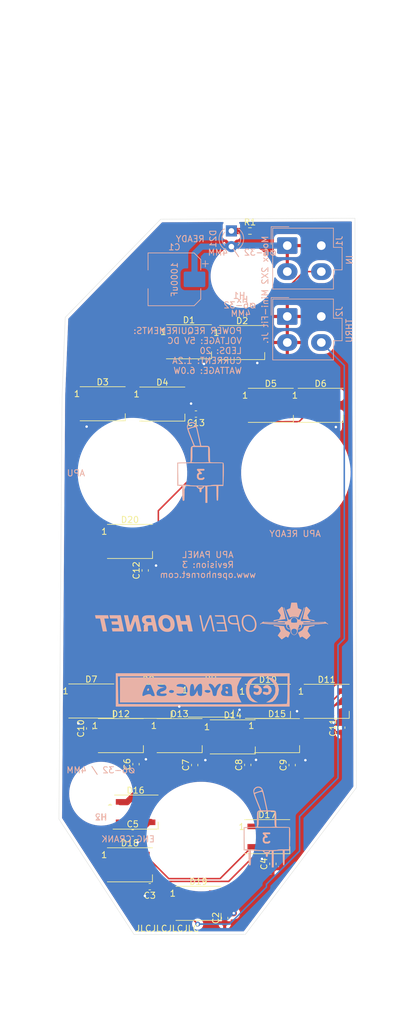
<source format=kicad_pcb>
(kicad_pcb (version 20211014) (generator pcbnew)
  (title_block (title "APU PANEL") (date "2023-03-29") (rev "3") (company "www.openhornet.com") (comment 1 "License:  CC BY-NC-SA"))
  (layers (0 "F.Cu" signal) (31 "B.Cu" signal) (34 "B.Paste" user) (35 "F.Paste" user) (36 "B.SilkS" user "B.Silkscreen") (37 "F.SilkS" user "F.Silkscreen") (38 "B.Mask" user) (39 "F.Mask" user) (44 "Edge.Cuts" user))
  (net 0 "")
  (net 1 "Net-(D1-Pad2)")
  (net 2 "Net-(D2-Pad2)")
  (net 3 "Net-(D3-Pad2)")
  (net 4 "Net-(D5-Pad2)")
  (net 5 "Net-(D6-Pad2)")
  (net 6 "Net-(D7-Pad2)")
  (net 7 "Net-(D8-Pad2)")
  (net 8 "Net-(D10-Pad4)")
  (net 9 "Net-(D10-Pad2)")
  (net 10 "Net-(D11-Pad2)")
  (net 11 "Net-(D12-Pad2)")
  (net 12 "Net-(D13-Pad2)")
  (net 13 "Net-(D14-Pad2)")
  (net 14 "Net-(D15-Pad2)")
  (net 15 "Net-(D16-Pad2)")
  (net 16 "Net-(D17-Pad2)")
  (net 17 "Net-(D18-Pad2)")
  (net 18 "Net-(D20-Pad4)")
  (net 19 "Net-(D20-Pad2)")
  (net 20 "/LED+5V")
  (net 21 "/DATAIN")
  (net 22 "/LEDGND")
  (net 23 "/DATAOUT")
  (net 24 "Net-(D21-Pad1)")
  (footprint "OH_Footprints:LED_WS2812B_PLCC4_5.0x5.0mm_P3.2mm" (layer "F.Cu") (at 89.1424 74.7524)
    (fp_text reference "D1" (at 0 -3.5) (layer "F.SilkS"))
    (fp_text value "WS2812B")
    (fp_text user "1" (at -4.15 -1.6) (layer "F.SilkS"))
    (pad "1" smd rect (at -2.45 -1.65) (size 1.5 0.9) (layers "F.Cu" "F.Paste" "F.Mask") (net 20 "/LED+5V"))
    (pad "2" smd rect (at -2.45 1.65) (size 1.5 0.9) (layers "F.Cu" "F.Paste" "F.Mask") (net 1 "Net-(D1-Pad2)"))
    (pad "3" smd rect (at 2.45 1.65) (size 1.5 0.9) (layers "F.Cu" "F.Paste" "F.Mask") (net 22 "/LEDGND"))
    (pad "4" smd rect (at 2.45 -1.65) (size 1.5 0.9) (layers "F.Cu" "F.Paste" "F.Mask") (net 21 "/DATAIN"))
  )
  (footprint "OH_Footprints:LED_WS2812B_PLCC4_5.0x5.0mm_P3.2mm" (layer "F.Cu") (at 97.7392 74.8792)
    (fp_text reference "D2" (at 0 -3.5) (layer "F.SilkS"))
    (fp_text value "WS2812B")
    (fp_text user "1" (at -4.15 -1.6) (layer "F.SilkS"))
    (pad "1" smd rect (at -2.45 -1.65) (size 1.5 0.9) (layers "F.Cu" "F.Paste" "F.Mask") (net 20 "/LED+5V"))
    (pad "2" smd rect (at -2.45 1.65) (size 1.5 0.9) (layers "F.Cu" "F.Paste" "F.Mask") (net 2 "Net-(D2-Pad2)"))
    (pad "3" smd rect (at 2.45 1.65) (size 1.5 0.9) (layers "F.Cu" "F.Paste" "F.Mask") (net 22 "/LEDGND"))
    (pad "4" smd rect (at 2.45 -1.65) (size 1.5 0.9) (layers "F.Cu" "F.Paste" "F.Mask") (net 1 "Net-(D1-Pad2)"))
  )
  (footprint "OH_Footprints:LED_WS2812B_PLCC4_5.0x5.0mm_P3.2mm" (layer "F.Cu") (at 75.1956 84.7596)
    (fp_text reference "D3" (at 0 -3.5) (layer "F.SilkS"))
    (fp_text value "WS2812B")
    (fp_text user "1" (at -4.15 -1.6) (layer "F.SilkS"))
    (pad "1" smd rect (at -2.45 -1.65) (size 1.5 0.9) (layers "F.Cu" "F.Paste" "F.Mask") (net 20 "/LED+5V"))
    (pad "2" smd rect (at -2.45 1.65) (size 1.5 0.9) (layers "F.Cu" "F.Paste" "F.Mask") (net 3 "Net-(D3-Pad2)"))
    (pad "3" smd rect (at 2.45 1.65) (size 1.5 0.9) (layers "F.Cu" "F.Paste" "F.Mask") (net 22 "/LEDGND"))
    (pad "4" smd rect (at 2.45 -1.65) (size 1.5 0.9) (layers "F.Cu" "F.Paste" "F.Mask") (net 2 "Net-(D2-Pad2)"))
  )
  (footprint "OH_Footprints:LED_WS2812B_PLCC4_5.0x5.0mm_P3.2mm" (layer "F.Cu") (at 84.836 84.8104)
    (fp_text reference "D4" (at 0 -3.5) (layer "F.SilkS"))
    (fp_text value "WS2812B")
    (fp_text user "1" (at -4.15 -1.6) (layer "F.SilkS"))
    (pad "1" smd rect (at -2.45 -1.65) (size 1.5 0.9) (layers "F.Cu" "F.Paste" "F.Mask") (net 20 "/LED+5V"))
    (pad "2" smd rect (at -2.45 1.65) (size 1.5 0.9) (layers "F.Cu" "F.Paste" "F.Mask") (net 18 "Net-(D20-Pad4)"))
    (pad "3" smd rect (at 2.45 1.65) (size 1.5 0.9) (layers "F.Cu" "F.Paste" "F.Mask") (net 22 "/LEDGND"))
    (pad "4" smd rect (at 2.45 -1.65) (size 1.5 0.9) (layers "F.Cu" "F.Paste" "F.Mask") (net 3 "Net-(D3-Pad2)"))
  )
  (footprint "OH_Footprints:LED_WS2812B_PLCC4_5.0x5.0mm_P3.2mm" (layer "F.Cu") (at 102.3736 85.0136)
    (fp_text reference "D5" (at 0 -3.5) (layer "F.SilkS"))
    (fp_text value "WS2812B")
    (fp_text user "1" (at -4.15 -1.6) (layer "F.SilkS"))
    (pad "1" smd rect (at -2.45 -1.65) (size 1.5 0.9) (layers "F.Cu" "F.Paste" "F.Mask") (net 20 "/LED+5V"))
    (pad "2" smd rect (at -2.45 1.65) (size 1.5 0.9) (layers "F.Cu" "F.Paste" "F.Mask") (net 4 "Net-(D5-Pad2)"))
    (pad "3" smd rect (at 2.45 1.65) (size 1.5 0.9) (layers "F.Cu" "F.Paste" "F.Mask") (net 22 "/LEDGND"))
    (pad "4" smd rect (at 2.45 -1.65) (size 1.5 0.9) (layers "F.Cu" "F.Paste" "F.Mask") (net 19 "Net-(D20-Pad2)"))
  )
  (footprint "OH_Footprints:LED_WS2812B_PLCC4_5.0x5.0mm_P3.2mm" (layer "F.Cu") (at 110.4276 85.0136)
    (fp_text reference "D6" (at 0 -3.5) (layer "F.SilkS"))
    (fp_text value "WS2812B")
    (fp_text user "1" (at -4.15 -1.6) (layer "F.SilkS"))
    (pad "1" smd rect (at -2.45 -1.65) (size 1.5 0.9) (layers "F.Cu" "F.Paste" "F.Mask") (net 20 "/LED+5V"))
    (pad "2" smd rect (at -2.45 1.65) (size 1.5 0.9) (layers "F.Cu" "F.Paste" "F.Mask") (net 5 "Net-(D6-Pad2)"))
    (pad "3" smd rect (at 2.45 1.65) (size 1.5 0.9) (layers "F.Cu" "F.Paste" "F.Mask") (net 22 "/LEDGND"))
    (pad "4" smd rect (at 2.45 -1.65) (size 1.5 0.9) (layers "F.Cu" "F.Paste" "F.Mask") (net 4 "Net-(D5-Pad2)"))
  )
  (footprint "OH_Footprints:LED_WS2812B_PLCC4_5.0x5.0mm_P3.2mm" (layer "F.Cu") (at 73.3552 132.7404)
    (fp_text reference "D7" (at 0 -3.5) (layer "F.SilkS"))
    (fp_text value "WS2812B")
    (fp_text user "1" (at -4.15 -1.6) (layer "F.SilkS"))
    (pad "1" smd rect (at -2.45 -1.65) (size 1.5 0.9) (layers "F.Cu" "F.Paste" "F.Mask") (net 20 "/LED+5V"))
    (pad "2" smd rect (at -2.45 1.65) (size 1.5 0.9) (layers "F.Cu" "F.Paste" "F.Mask") (net 6 "Net-(D7-Pad2)"))
    (pad "3" smd rect (at 2.45 1.65) (size 1.5 0.9) (layers "F.Cu" "F.Paste" "F.Mask") (net 22 "/LEDGND"))
    (pad "4" smd rect (at 2.45 -1.65) (size 1.5 0.9) (layers "F.Cu" "F.Paste" "F.Mask") (net 5 "Net-(D6-Pad2)"))
  )
  (footprint "OH_Footprints:LED_WS2812B_PLCC4_5.0x5.0mm_P3.2mm" (layer "F.Cu") (at 82.6008 132.7912)
    (fp_text reference "D8" (at 0 -3.5) (layer "F.SilkS"))
    (fp_text value "WS2812B")
    (fp_text user "1" (at -4.15 -1.6) (layer "F.SilkS"))
    (pad "1" smd rect (at -2.45 -1.65) (size 1.5 0.9) (layers "F.Cu" "F.Paste" "F.Mask") (net 20 "/LED+5V"))
    (pad "2" smd rect (at -2.45 1.65) (size 1.5 0.9) (layers "F.Cu" "F.Paste" "F.Mask") (net 7 "Net-(D8-Pad2)"))
    (pad "3" smd rect (at 2.45 1.65) (size 1.5 0.9) (layers "F.Cu" "F.Paste" "F.Mask") (net 22 "/LEDGND"))
    (pad "4" smd rect (at 2.45 -1.65) (size 1.5 0.9) (layers "F.Cu" "F.Paste" "F.Mask") (net 6 "Net-(D7-Pad2)"))
  )
  (footprint "OH_Footprints:LED_WS2812B_PLCC4_5.0x5.0mm_P3.2mm" (layer "F.Cu") (at 92.6592 132.588)
    (fp_text reference "D9" (at 0 -3.5) (layer "F.SilkS"))
    (fp_text value "WS2812B")
    (fp_text user "1" (at -4.15 -1.6) (layer "F.SilkS"))
    (pad "1" smd rect (at -2.45 -1.65) (size 1.5 0.9) (layers "F.Cu" "F.Paste" "F.Mask") (net 20 "/LED+5V"))
    (pad "2" smd rect (at -2.45 1.65) (size 1.5 0.9) (layers "F.Cu" "F.Paste" "F.Mask") (net 8 "Net-(D10-Pad4)"))
    (pad "3" smd rect (at 2.45 1.65) (size 1.5 0.9) (layers "F.Cu" "F.Paste" "F.Mask") (net 22 "/LEDGND"))
    (pad "4" smd rect (at 2.45 -1.65) (size 1.5 0.9) (layers "F.Cu" "F.Paste" "F.Mask") (net 7 "Net-(D8-Pad2)"))
  )
  (footprint "OH_Footprints:LED_WS2812B_PLCC4_5.0x5.0mm_P3.2mm" (layer "F.Cu") (at 101.9048 132.7912)
    (fp_text reference "D10" (at 0 -3.5) (layer "F.SilkS"))
    (fp_text value "WS2812B")
    (fp_text user "1" (at -4.15 -1.6) (layer "F.SilkS"))
    (pad "1" smd rect (at -2.45 -1.65) (size 1.5 0.9) (layers "F.Cu" "F.Paste" "F.Mask") (net 20 "/LED+5V"))
    (pad "2" smd rect (at -2.45 1.65) (size 1.5 0.9) (layers "F.Cu" "F.Paste" "F.Mask") (net 9 "Net-(D10-Pad2)"))
    (pad "3" smd rect (at 2.45 1.65) (size 1.5 0.9) (layers "F.Cu" "F.Paste" "F.Mask") (net 22 "/LEDGND"))
    (pad "4" smd rect (at 2.45 -1.65) (size 1.5 0.9) (layers "F.Cu" "F.Paste" "F.Mask") (net 8 "Net-(D10-Pad4)"))
  )
  (footprint "OH_Footprints:LED_WS2812B_PLCC4_5.0x5.0mm_P3.2mm" (layer "F.Cu") (at 111.4044 132.7912)
    (fp_text reference "D11" (at 0 -3.5) (layer "F.SilkS"))
    (fp_text value "WS2812B")
    (fp_text user "1" (at -4.15 -1.6) (layer "F.SilkS"))
    (pad "1" smd rect (at -2.45 -1.65) (size 1.5 0.9) (layers "F.Cu" "F.Paste" "F.Mask") (net 20 "/LED+5V"))
    (pad "2" smd rect (at -2.45 1.65) (size 1.5 0.9) (layers "F.Cu" "F.Paste" "F.Mask") (net 10 "Net-(D11-Pad2)"))
    (pad "3" smd rect (at 2.45 1.65) (size 1.5 0.9) (layers "F.Cu" "F.Paste" "F.Mask") (net 22 "/LEDGND"))
    (pad "4" smd rect (at 2.45 -1.65) (size 1.5 0.9) (layers "F.Cu" "F.Paste" "F.Mask") (net 9 "Net-(D10-Pad2)"))
  )
  (footprint "OH_Footprints:LED_WS2812B_PLCC4_5.0x5.0mm_P3.2mm" (layer "F.Cu") (at 78.1304 138.3284)
    (fp_text reference "D12" (at 0 -3.5) (layer "F.SilkS"))
    (fp_text value "WS2812B")
    (fp_text user "1" (at -4.15 -1.6) (layer "F.SilkS"))
    (pad "1" smd rect (at -2.45 -1.65) (size 1.5 0.9) (layers "F.Cu" "F.Paste" "F.Mask") (net 20 "/LED+5V"))
    (pad "2" smd rect (at -2.45 1.65) (size 1.5 0.9) (layers "F.Cu" "F.Paste" "F.Mask") (net 11 "Net-(D12-Pad2)"))
    (pad "3" smd rect (at 2.45 1.65) (size 1.5 0.9) (layers "F.Cu" "F.Paste" "F.Mask") (net 22 "/LEDGND"))
    (pad "4" smd rect (at 2.45 -1.65) (size 1.5 0.9) (layers "F.Cu" "F.Paste" "F.Mask") (net 10 "Net-(D11-Pad2)"))
  )
  (footprint "OH_Footprints:LED_WS2812B_PLCC4_5.0x5.0mm_P3.2mm" (layer "F.Cu") (at 87.63 138.3284)
    (fp_text reference "D13" (at 0 -3.5) (layer "F.SilkS"))
    (fp_text value "WS2812B")
    (fp_text user "1" (at -4.15 -1.6) (layer "F.SilkS"))
    (pad "1" smd rect (at -2.45 -1.65) (size 1.5 0.9) (layers "F.Cu" "F.Paste" "F.Mask") (net 20 "/LED+5V"))
    (pad "2" smd rect (at -2.45 1.65) (size 1.5 0.9) (layers "F.Cu" "F.Paste" "F.Mask") (net 12 "Net-(D13-Pad2)"))
    (pad "3" smd rect (at 2.45 1.65) (size 1.5 0.9) (layers "F.Cu" "F.Paste" "F.Mask") (net 22 "/LEDGND"))
    (pad "4" smd rect (at 2.45 -1.65) (size 1.5 0.9) (layers "F.Cu" "F.Paste" "F.Mask") (net 11 "Net-(D12-Pad2)"))
  )
  (footprint "OH_Footprints:LED_WS2812B_PLCC4_5.0x5.0mm_P3.2mm" (layer "F.Cu") (at 96.2152 138.5316)
    (fp_text reference "D14" (at 0 -3.5) (layer "F.SilkS"))
    (fp_text value "WS2812B")
    (fp_text user "1" (at -4.15 -1.6) (layer "F.SilkS"))
    (pad "1" smd rect (at -2.45 -1.65) (size 1.5 0.9) (layers "F.Cu" "F.Paste" "F.Mask") (net 20 "/LED+5V"))
    (pad "2" smd rect (at -2.45 1.65) (size 1.5 0.9) (layers "F.Cu" "F.Paste" "F.Mask") (net 13 "Net-(D14-Pad2)"))
    (pad "3" smd rect (at 2.45 1.65) (size 1.5 0.9) (layers "F.Cu" "F.Paste" "F.Mask") (net 22 "/LEDGND"))
    (pad "4" smd rect (at 2.45 -1.65) (size 1.5 0.9) (layers "F.Cu" "F.Paste" "F.Mask") (net 12 "Net-(D13-Pad2)"))
  )
  (footprint "OH_Footprints:LED_WS2812B_PLCC4_5.0x5.0mm_P3.2mm" (layer "F.Cu") (at 103.378 138.3284)
    (fp_text reference "D15" (at 0 -3.5) (layer "F.SilkS"))
    (fp_text value "WS2812B")
    (fp_text user "1" (at -4.15 -1.6) (layer "F.SilkS"))
    (pad "1" smd rect (at -2.45 -1.65) (size 1.5 0.9) (layers "F.Cu" "F.Paste" "F.Mask") (net 20 "/LED+5V"))
    (pad "2" smd rect (at -2.45 1.65) (size 1.5 0.9) (layers "F.Cu" "F.Paste" "F.Mask") (net 14 "Net-(D15-Pad2)"))
    (pad "3" smd rect (at 2.45 1.65) (size 1.5 0.9) (layers "F.Cu" "F.Paste" "F.Mask") (net 22 "/LEDGND"))
    (pad "4" smd rect (at 2.45 -1.65) (size 1.5 0.9) (layers "F.Cu" "F.Paste" "F.Mask") (net 13 "Net-(D14-Pad2)"))
  )
  (footprint "OH_Footprints:LED_WS2812B_PLCC4_5.0x5.0mm_P3.2mm" (layer "F.Cu") (at 80.518 150.6728)
    (fp_text reference "D16" (at 0 -3.5) (layer "F.SilkS"))
    (fp_text value "WS2812B")
    (fp_text user "1" (at -4.15 -1.6) (layer "F.SilkS"))
    (pad "1" smd rect (at -2.45 -1.65) (size 1.5 0.9) (layers "F.Cu" "F.Paste" "F.Mask") (net 20 "/LED+5V"))
    (pad "2" smd rect (at -2.45 1.65) (size 1.5 0.9) (layers "F.Cu" "F.Paste" "F.Mask") (net 15 "Net-(D16-Pad2)"))
    (pad "3" smd rect (at 2.45 1.65) (size 1.5 0.9) (layers "F.Cu" "F.Paste" "F.Mask") (net 22 "/LEDGND"))
    (pad "4" smd rect (at 2.45 -1.65) (size 1.5 0.9) (layers "F.Cu" "F.Paste" "F.Mask") (net 14 "Net-(D15-Pad2)"))
  )
  (footprint "OH_Footprints:LED_WS2812B_PLCC4_5.0x5.0mm_P3.2mm" (layer "F.Cu") (at 101.8032 154.6352)
    (fp_text reference "D17" (at 0 -3.5) (layer "F.SilkS"))
    (fp_text value "WS2812B")
    (fp_text user "1" (at -4.15 -1.6) (layer "F.SilkS"))
    (pad "1" smd rect (at -2.45 -1.65) (size 1.5 0.9) (layers "F.Cu" "F.Paste" "F.Mask") (net 20 "/LED+5V"))
    (pad "2" smd rect (at -2.45 1.65) (size 1.5 0.9) (layers "F.Cu" "F.Paste" "F.Mask") (net 16 "Net-(D17-Pad2)"))
    (pad "3" smd rect (at 2.45 1.65) (size 1.5 0.9) (layers "F.Cu" "F.Paste" "F.Mask") (net 22 "/LEDGND"))
    (pad "4" smd rect (at 2.45 -1.65) (size 1.5 0.9) (layers "F.Cu" "F.Paste" "F.Mask") (net 15 "Net-(D16-Pad2)"))
  )
  (footprint "OH_Footprints:LED_WS2812B_PLCC4_5.0x5.0mm_P3.2mm" (layer "F.Cu") (at 79.592 159.1816)
    (fp_text reference "D18" (at 0 -3.5) (layer "F.SilkS"))
    (fp_text value "WS2812B")
    (fp_text user "1" (at -4.15 -1.6) (layer "F.SilkS"))
    (pad "1" smd rect (at -2.45 -1.65) (size 1.5 0.9) (layers "F.Cu" "F.Paste" "F.Mask") (net 20 "/LED+5V"))
    (pad "2" smd rect (at -2.45 1.65) (size 1.5 0.9) (layers "F.Cu" "F.Paste" "F.Mask") (net 17 "Net-(D18-Pad2)"))
    (pad "3" smd rect (at 2.45 1.65) (size 1.5 0.9) (layers "F.Cu" "F.Paste" "F.Mask") (net 22 "/LEDGND"))
    (pad "4" smd rect (at 2.45 -1.65) (size 1.5 0.9) (layers "F.Cu" "F.Paste" "F.Mask") (net 16 "Net-(D17-Pad2)"))
  )
  (footprint "OH_Footprints:LED_WS2812B_PLCC4_5.0x5.0mm_P3.2mm" (layer "F.Cu") (at 90.678 165.4048)
    (fp_text reference "D19" (at 0 -3.5) (layer "F.SilkS"))
    (fp_text value "WS2812B")
    (fp_text user "1" (at -4.15 -1.6) (layer "F.SilkS"))
    (pad "1" smd rect (at -2.45 -1.65) (size 1.5 0.9) (layers "F.Cu" "F.Paste" "F.Mask") (net 20 "/LED+5V"))
    (pad "2" smd rect (at -2.45 1.65) (size 1.5 0.9) (layers "F.Cu" "F.Paste" "F.Mask") (net 23 "/DATAOUT"))
    (pad "3" smd rect (at 2.45 1.65) (size 1.5 0.9) (layers "F.Cu" "F.Paste" "F.Mask") (net 22 "/LEDGND"))
    (pad "4" smd rect (at 2.45 -1.65) (size 1.5 0.9) (layers "F.Cu" "F.Paste" "F.Mask") (net 17 "Net-(D18-Pad2)"))
  )
  (footprint "OH_Footprints:LED_WS2812B_PLCC4_5.0x5.0mm_P3.2mm" (layer "F.Cu") (at 79.6036 106.9848)
    (fp_text reference "D20" (at 0 -3.5) (layer "F.SilkS"))
    (fp_text value "WS2812B")
    (fp_text user "1" (at -4.15 -1.6) (layer "F.SilkS"))
    (pad "1" smd rect (at -2.45 -1.65) (size 1.5 0.9) (layers "F.Cu" "F.Paste" "F.Mask") (net 20 "/LED+5V"))
    (pad "2" smd rect (at -2.45 1.65) (size 1.5 0.9) (layers "F.Cu" "F.Paste" "F.Mask") (net 19 "Net-(D20-Pad2)"))
    (pad "3" smd rect (at 2.45 1.65) (size 1.5 0.9) (layers "F.Cu" "F.Paste" "F.Mask") (net 22 "/LEDGND"))
    (pad "4" smd rect (at 2.45 -1.65) (size 1.5 0.9) (layers "F.Cu" "F.Paste" "F.Mask") (net 18 "Net-(D20-Pad4)"))
  )
  (footprint "OH_Footprints:R_0603_1608Metric" (layer "F.Cu") (at 99.00168 56.87568)
    (fp_text reference "R1" (at 0 -1.43) (layer "F.SilkS"))
    (fp_text value "470")
    (pad "1" smd roundrect (at -0.825 0) (size 0.8 0.95) (layers "F.Cu" "F.Paste" "F.Mask") (net 24 "Net-(D21-Pad1)"))
    (pad "2" smd roundrect (at 0.825 0) (size 0.8 0.95) (layers "F.Cu" "F.Paste" "F.Mask") (net 22 "/LEDGND"))
  )
  (footprint "OH_Footprints:C_0603_1608Metric" (layer "F.Cu") (at 94.9198 167.77472 90)
    (fp_text reference "C2" (at 0 -1.43 90) (layer "F.SilkS"))
    (fp_text value "0.1uF")
    (pad "1" smd roundrect (at -0.775 0 90) (size 0.9 0.95) (layers "F.Cu" "F.Paste" "F.Mask") (net 20 "/LED+5V"))
    (pad "2" smd roundrect (at 0.775 0 90) (size 0.9 0.95) (layers "F.Cu" "F.Paste" "F.Mask") (net 22 "/LEDGND"))
  )
  (footprint "OH_Footprints:C_0603_1608Metric" (layer "F.Cu") (at 82.81172 162.70986 180)
    (fp_text reference "C3" (at 0 -1.43 180) (layer "F.SilkS"))
    (fp_text value "0.1uF")
    (pad "1" smd roundrect (at -0.775 0 180) (size 0.9 0.95) (layers "F.Cu" "F.Paste" "F.Mask") (net 20 "/LED+5V"))
    (pad "2" smd roundrect (at 0.775 0 180) (size 0.9 0.95) (layers "F.Cu" "F.Paste" "F.Mask") (net 22 "/LEDGND"))
  )
  (footprint "OH_Footprints:C_0603_1608Metric" (layer "F.Cu") (at 102.71506 159.03204 90)
    (fp_text reference "C4" (at 0 -1.43 90) (layer "F.SilkS"))
    (fp_text value "0.1uF")
    (pad "1" smd roundrect (at -0.775 0 90) (size 0.9 0.95) (layers "F.Cu" "F.Paste" "F.Mask") (net 20 "/LED+5V"))
    (pad "2" smd roundrect (at 0.775 0 90) (size 0.9 0.95) (layers "F.Cu" "F.Paste" "F.Mask") (net 22 "/LEDGND"))
  )
  (footprint "OH_Footprints:C_0603_1608Metric" (layer "F.Cu") (at 80.05 154.05)
    (fp_text reference "C5" (at 0 -1.43) (layer "F.SilkS"))
    (fp_text value "0.1uF")
    (pad "1" smd roundrect (at -0.775 0) (size 0.9 0.95) (layers "F.Cu" "F.Paste" "F.Mask") (net 20 "/LED+5V"))
    (pad "2" smd roundrect (at 0.775 0) (size 0.9 0.95) (layers "F.Cu" "F.Paste" "F.Mask") (net 22 "/LEDGND"))
  )
  (footprint "OH_Footprints:C_0603_1608Metric" (layer "F.Cu") (at 80.5815 142.9385 90)
    (fp_text reference "C6" (at 0 -1.43 90) (layer "F.SilkS"))
    (fp_text value "0.1uF")
    (pad "1" smd roundrect (at -0.775 0 90) (size 0.9 0.95) (layers "F.Cu" "F.Paste" "F.Mask") (net 20 "/LED+5V"))
    (pad "2" smd roundrect (at 0.775 0 90) (size 0.9 0.95) (layers "F.Cu" "F.Paste" "F.Mask") (net 22 "/LEDGND"))
  )
  (footprint "OH_Footprints:C_0603_1608Metric" (layer "F.Cu") (at 90.07094 143.0782 90)
    (fp_text reference "C7" (at 0 -1.43 90) (layer "F.SilkS"))
    (fp_text value "0.1uF")
    (pad "1" smd roundrect (at -0.775 0 90) (size 0.9 0.95) (layers "F.Cu" "F.Paste" "F.Mask") (net 20 "/LED+5V"))
    (pad "2" smd roundrect (at 0.775 0 90) (size 0.9 0.95) (layers "F.Cu" "F.Paste" "F.Mask") (net 22 "/LEDGND"))
  )
  (footprint "OH_Footprints:C_0603_1608Metric" (layer "F.Cu") (at 98.65106 143.05788 90)
    (fp_text reference "C8" (at 0 -1.43 90) (layer "F.SilkS"))
    (fp_text value "0.1uF")
    (pad "1" smd roundrect (at -0.775 0 90) (size 0.9 0.95) (layers "F.Cu" "F.Paste" "F.Mask") (net 20 "/LED+5V"))
    (pad "2" smd roundrect (at 0.775 0 90) (size 0.9 0.95) (layers "F.Cu" "F.Paste" "F.Mask") (net 22 "/LEDGND"))
  )
  (footprint "OH_Footprints:C_0603_1608Metric" (layer "F.Cu") (at 105.82656 143.08338 90)
    (fp_text reference "C9" (at 0 -1.43 90) (layer "F.SilkS"))
    (fp_text value "0.1uF")
    (pad "1" smd roundrect (at -0.775 0 90) (size 0.9 0.95) (layers "F.Cu" "F.Paste" "F.Mask") (net 20 "/LED+5V"))
    (pad "2" smd roundrect (at 0.775 0 90) (size 0.9 0.95) (layers "F.Cu" "F.Paste" "F.Mask") (net 22 "/LEDGND"))
  )
  (footprint "OH_Footprints:C_0603_1608Metric" (layer "F.Cu") (at 73.09866 137.17534 90)
    (fp_text reference "C10" (at 0 -1.43 90) (layer "F.SilkS"))
    (fp_text value "0.1uF")
    (pad "1" smd roundrect (at -0.775 0 90) (size 0.9 0.95) (layers "F.Cu" "F.Paste" "F.Mask") (net 20 "/LED+5V"))
    (pad "2" smd roundrect (at 0.775 0 90) (size 0.9 0.95) (layers "F.Cu" "F.Paste" "F.Mask") (net 22 "/LEDGND"))
  )
  (footprint "OH_Footprints:C_0603_1608Metric" (layer "F.Cu") (at 113.84534 137.04316 90)
    (fp_text reference "C11" (at 0 -1.43 90) (layer "F.SilkS"))
    (fp_text value "0.1uF")
    (pad "1" smd roundrect (at -0.775 0 90) (size 0.9 0.95) (layers "F.Cu" "F.Paste" "F.Mask") (net 20 "/LED+5V"))
    (pad "2" smd roundrect (at 0.775 0 90) (size 0.9 0.95) (layers "F.Cu" "F.Paste" "F.Mask") (net 22 "/LEDGND"))
  )
  (footprint "OH_Footprints:C_0603_1608Metric" (layer "F.Cu") (at 82.06994 111.66612 90)
    (fp_text reference "C12" (at 0 -1.43 90) (layer "F.SilkS"))
    (fp_text value "0.1uF")
    (pad "1" smd roundrect (at -0.775 0 90) (size 0.9 0.95) (layers "F.Cu" "F.Paste" "F.Mask") (net 20 "/LED+5V"))
    (pad "2" smd roundrect (at 0.775 0 90) (size 0.9 0.95) (layers "F.Cu" "F.Paste" "F.Mask") (net 22 "/LEDGND"))
  )
  (footprint "OH_Footprints:C_0603_1608Metric" (layer "F.Cu") (at 90.2716 86.41842 180)
    (fp_text reference "C13" (at 0 -1.43 180) (layer "F.SilkS"))
    (fp_text value "0.1uF")
    (pad "1" smd roundrect (at -0.775 0 180) (size 0.9 0.95) (layers "F.Cu" "F.Paste" "F.Mask") (net 20 "/LED+5V"))
    (pad "2" smd roundrect (at 0.775 0 180) (size 0.9 0.95) (layers "F.Cu" "F.Paste" "F.Mask") (net 22 "/LEDGND"))
  )
  (footprint "OH_Footprints:631H_Toggle_13mm_x_13mm" (layer "F.Cu") (at 80.01 95.885001)
    (fp_text reference "REF**" hide)
    (fp_text value "631H_Toggle_13mm_x_13mm" hide)
    (pad "" np_thru_hole circle (at 0 0) (size 12.7 12.7) (drill 12.7) (layers "B.Cu") (clearance 2.5))
    (pad "" np_thru_hole circle (at 0 0) (size 12.7 12.7) (drill 12.7) (layers *.Mask "F.Cu") (clearance 1))
  )
  (footprint "OH_Footprints:631H_Toggle_13mm_x_13mm" (layer "F.Cu") (at 106.425999 95.885001)
    (fp_text reference "2" hide)
    (fp_text value "631H_Toggle_13mm_x_13mm" hide)
    (pad "" np_thru_hole circle (at 0 0) (size 12.7 12.7) (drill 12.7) (layers *.Mask "F.Cu") (clearance 1))
    (pad "" np_thru_hole circle (at 0 0) (size 12.7 12.7) (drill 12.7) (layers "B.Cu") (clearance 2.5))
  )
  (footprint "OH_Footprints:OH_Panel_6-32_PHS" (layer "F.Cu") (at 97.789999 64.135001)
    (fp_text reference "4" hide)
    (fp_text value "OH_Panel_Fastner_Keepout" hide)
    (fp_text user "Hx" (at 0 3.81) (layer "B.SilkS") (effects (justify mirror)))
    (fp_text user "H1" (at -0.524705 3.175312) (layer "B.SilkS") (effects (justify mirror)))
    (fp_text user "⌀6-32 / 4MM" (at 0 -3.81) (layer "B.SilkS") (effects (justify mirror)))
    (fp_text user "⌀6-32" (at -0.393293 4.70845) (layer "B.SilkS") (effects (justify mirror)))
    (pad "" np_thru_hole circle (at 0 0) (size 4.3 4.3) (drill 4.3) (layers *.Cu *.Mask) (clearance 3))
  )
  (footprint "OH_Footprints:OH_Panel_6-32_PHS" (layer "F.Cu") (at 74.929999 147.701001)
    (fp_text reference "5" hide)
    (fp_text value "OH_Panel_Fastner_Keepout" hide)
    (fp_text user "H2" (at -0.001936 3.803452) (layer "B.SilkS") (effects (justify mirror)))
    (fp_text user "Hx" (at 0 3.81) (layer "B.SilkS") (effects (justify mirror)))
    (fp_text user "⌀6-32 / 4MM" (at 0 -3.81) (layer "B.SilkS") (effects (justify mirror)))
    (pad "" np_thru_hole circle (at 0 0) (size 4.3 4.3) (drill 4.3) (layers *.Cu *.Mask) (clearance 3))
  )
  (footprint "OH_Footprints:631H_Toggle_Silkscreen" (layer "F.Cu") (at 90.97772 94.21876)
    (fp_text reference "" hide)
    (fp_text value "631H Toggle" hide)
  )
  (footprint "OH_Footprints:631H_Toggle_Silkscreen" (layer "F.Cu") (at 101.7016 153.06802)
    (fp_text reference "" hide)
    (fp_text value "631H Toggle" hide)
  )
  (footprint "OH_Footprints:631H_Toggle_13mm_x_13mm" (layer "F.Cu") (at 91.1225 154.622501)
    (fp_text reference "3" hide)
    (fp_text value "631H_Toggle_13mm_x_13mm" hide)
    (pad "" np_thru_hole circle (at 0 0) (size 12.7 12.7) (drill 12.7) (layers "B.Cu") (clearance 2.5))
    (pad "" np_thru_hole circle (at 0 0) (size 12.7 12.7) (drill 12.7) (layers *.Mask "F.Cu") (clearance 1))
  )
  (footprint "OH_Footprints:Molex_Mini-Fit_Jr_5566-04A_2x02_P4.20mm_Vertical" (layer "B.Cu") (at 105.03916 70.67042 -90)
    (fp_text reference "J2" (at -0.803622 -8.41773 90) (layer "B.SilkS") (effects (justify mirror)))
    (fp_text value "2x02")
    (pad "1" thru_hole roundrect (at 0 0 270) (size 2.7 3.3) (drill 1.4) (layers *.Cu *.Mask) (roundrect_rratio 0.09259296296) (net 20 "/LED+5V"))
    (pad "2" thru_hole oval (at 4.2 0 270) (size 2.7 3.3) (drill 1.4) (layers *.Cu *.Mask) (net 20 "/LED+5V"))
    (pad "3" thru_hole oval (at 0 -5.5 270) (size 2.7 3.3) (drill 1.4) (layers *.Cu *.Mask) (net 22 "/LEDGND"))
    (pad "4" thru_hole oval (at 4.2 -5.5 270) (size 2.7 3.3) (drill 1.4) (layers *.Cu *.Mask) (net 23 "/DATAOUT"))
  )
  (footprint "OH_Footprints:CP_Elec_8x10" (layer "B.Cu") (at 86.79046 64.67348 180)
    (fp_text reference "C1" (at 0 5.2) (layer "B.SilkS") (effects (justify mirror)))
    (fp_text value "1000uF (C_Polarized)")
    (pad "1" smd roundrect (at -3.25 0 180) (size 3.5 2.5) (layers "B.Cu" "B.Paste" "B.Mask") (roundrect_rratio 0.1) (net 20 "/LED+5V"))
    (pad "2" smd roundrect (at 3.25 0 180) (size 3.5 2.5) (layers "B.Cu" "B.Paste" "B.Mask") (roundrect_rratio 0.1) (net 22 "/LEDGND"))
  )
  (footprint "OH_Footprints:LED_D3.0mm" (layer "B.Cu") (at 95.9993 56.85536 -90)
    (fp_text reference "D21" (at 1.27 2.96 90) (layer "B.SilkS") (effects (justify mirror)))
    (fp_text value "LED")
    (pad "1" thru_hole rect (at 0 0 270) (size 1.8 1.8) (drill 0.9) (layers *.Cu *.Mask) (net 24 "Net-(D21-Pad1)"))
    (pad "2" thru_hole circle (at 2.54 0 270) (size 1.8 1.8) (drill 0.9) (layers *.Cu *.Mask) (net 20 "/LED+5V"))
  )
  (footprint "OH_Footprints:Molex_Mini-Fit_Jr_5566-04A_2x02_P4.20mm_Vertical" (layer "B.Cu") (at 105.03916 59.22772 -90)
    (fp_text reference "J1" (at -0.72074 -8.41773 90) (layer "B.SilkS") (effects (justify mirror)))
    (fp_text value "2x02")
    (pad "1" thru_hole roundrect (at 0 0 270) (size 2.7 3.3) (drill 1.4) (layers *.Cu *.Mask) (roundrect_rratio 0.09259296296) (net 20 "/LED+5V"))
    (pad "2" thru_hole oval (at 4.2 0 270) (size 2.7 3.3) (drill 1.4) (layers *.Cu *.Mask) (net 20 "/LED+5V"))
    (pad "3" thru_hole oval (at 0 -5.5 270) (size 2.7 3.3) (drill 1.4) (layers *.Cu *.Mask) (net 22 "/LEDGND"))
    (pad "4" thru_hole oval (at 4.2 -5.5 270) (size 2.7 3.3) (drill 1.4) (layers *.Cu *.Mask) (net 21 "/DATAIN"))
  )
  (footprint "OH_Footprints:CC-BY-NC-SA-Small" (layer "B.Cu") (at 91.45 130.95 180)
    (fp_text reference "" hide)
    (fp_text value "LOGO" hide)
  )
  (footprint "OH_Footprints:OH_LOGO_37.7mm_5.9mm" (layer "B.Cu") (at 92.80906 119.82958 180)
    (fp_text reference "" hide)
    (fp_text value "LOGO" hide)
  )
  (gr_line (start 69.1388 70.8152) (end 68.6308 83.6168) (layer "Edge.Cuts") (width 0.05))
  (gr_line (start 116.2304 146.7104) (end 115.9764 54.8132) (layer "Edge.Cuts") (width 0.05))
  (gr_line (start 68.6308 83.6168) (end 68.1228 151.7904) (layer "Edge.Cuts") (width 0.05))
  (gr_line (start 98.2472 170.434) (end 116.2304 146.7104) (layer "Edge.Cuts") (width 0.05))
  (gr_line (start 68.1228 151.7904) (end 80.264 170.434) (layer "Edge.Cuts") (width 0.05))
  (gr_line (start 115.9764 54.8132) (end 84.582 54.9656) (layer "Edge.Cuts") (width 0.05))
  (gr_line (start 84.582 54.9656) (end 69.1388 70.8152) (layer "Edge.Cuts") (width 0.05))
  (gr_line (start 80.264 170.434) (end 98.2472 170.434) (layer "Edge.Cuts") (width 0.05))
  (gr_text "IN" (at 115.09502 61.52896 90) (layer "B.SilkS") (effects (font (size 1 1)) (justify mirror)))
  (gr_text "3" (at 91.01074 96.23552) (layer "B.SilkS") (effects (font (size 1.5 1.5) (thickness 0.3)) (justify mirror)))
  (gr_text "3" (at 101.64572 154.92476) (layer "B.SilkS") (effects (font (size 1.5 1.5) (thickness 0.3)) (justify mirror)))
  (gr_text "APU PANEL\nRevision: 3\nwww.openhornet.com" (at 92.202 110.744) (layer "B.SilkS") (effects (font (size 1 1)) (justify mirror)))
  (gr_text "Molex 2X2 Mini-Fit Jr." (at 101.45 66.35 90) (layer "B.SilkS") (effects (font (size 1 1)) (justify mirror)))
  (gr_text "APU" (at 70.87362 95.95866) (layer "B.SilkS") (effects (font (size 1 1)) (justify mirror)))
  (gr_text "4MM" (at 97.528117 70.201372) (layer "B.SilkS") (effects (font (size 1 1)) (justify mirror)))
  (gr_text "ENG CRANK" (at 79.28864 155.03398) (layer "B.SilkS") (effects (font (size 1 1)) (justify mirror)))
  (gr_text "1000uF" (at 86.81 64.72 90) (layer "B.SilkS") (effects (font (size 1 1)) (justify mirror)))
  (gr_text "POWER REQUIREMENTS:\nVOLTAGE: 5V DC\nLEDS: 20\nCURRENT: 1.2A\nWATTAGE: 6.0W" (at 97.79 76.2) (layer "B.SilkS") (effects (font (size 1 1)) (justify left mirror)))
  (gr_text "THRU" (at 115.05184 72.96404 90) (layer "B.SilkS") (effects (font (size 1 1)) (justify mirror)))
  (gr_text "READY" (at 89.35 58.15) (layer "B.SilkS") (effects (font (size 1 1)) (justify mirror)))
  (gr_text "APU READY" (at 106.299 105.7402) (layer "B.SilkS") (effects (font (size 1 1)) (justify mirror)))
  (gr_text "JLCJLCJLCJLC" (at 85.63 169.47) (layer "F.SilkS") (effects (font (size 1 1))))
  (segment (start 96.0882 74.13752) (end 96.121519 74.104201) (width 0.25) (layer "F.Cu") (net 1))
  (segment (start 86.6924 76.3524) (end 86.6924 75.6024) (width 0.25) (layer "F.Cu") (net 1))
  (segment (start 88.15728 74.13752) (end 96.0882 74.13752) (width 0.25) (layer "F.Cu") (net 1))
  (segment (start 86.6924 75.6024) (end 88.15728 74.13752) (width 0.25) (layer "F.Cu") (net 1))
  (segment (start 96.121519 74.104201) (end 99.364199 74.104201) (width 0.25) (layer "F.Cu") (net 1))
  (segment (start 99.364199 74.104201) (end 100.1892 73.2792) (width 0.25) (layer "F.Cu") (net 1))
  (segment (start 81.19652 79.60868) (end 77.6456 83.1596) (width 0.25) (layer "F.Cu") (net 2))
  (segment (start 92.15972 79.60868) (end 81.19652 79.60868) (width 0.25) (layer "F.Cu") (net 2))
  (segment (start 95.2892 76.4792) (end 92.15972 79.60868) (width 0.25) (layer "F.Cu") (net 2))
  (segment (start 74.670589 84.434611) (end 86.061789 84.434611) (width 0.25) (layer "F.Cu") (net 3))
  (segment (start 86.061789 84.434611) (end 87.286 83.2104) (width 0.25) (layer "F.Cu") (net 3))
  (segment (start 72.7456 86.3596) (end 74.670589 84.434611) (width 0.25) (layer "F.Cu") (net 3))
  (segment (start 102.298599 84.238601) (end 112.052599 84.238601) (width 0.25) (layer "F.Cu") (net 4))
  (segment (start 112.052599 84.238601) (end 112.8776 83.4136) (width 0.25) (layer "F.Cu") (net 4))
  (segment (start 99.9236 86.6136) (end 102.298599 84.238601) (width 0.25) (layer "F.Cu") (net 4))
  (segment (start 75.8052 131.1404) (end 75.8052 128.4448) (width 0.25) (layer "F.Cu") (net 5))
  (segment (start 94.9 109.35) (end 94.9 94.05) (width 0.25) (layer "F.Cu") (net 5))
  (segment (start 75.8052 128.4448) (end 94.9 109.35) (width 0.25) (layer "F.Cu") (net 5))
  (segment (start 101.3 87.65) (end 106.9412 87.65) (width 0.25) (layer "F.Cu") (net 5))
  (segment (start 106.9412 87.65) (end 107.9776 86.6136) (width 0.25) (layer "F.Cu") (net 5))
  (segment (start 94.9 94.05) (end 101.3 87.65) (width 0.25) (layer "F.Cu") (net 5))
  (segment (start 85.0508 131.1912) (end 85.0508 131.9412) (width 0.25) (layer "F.Cu") (net 6))
  (segment (start 84.23382 132.75818) (end 72.48742 132.75818) (width 0.25) (layer "F.Cu") (net 6))
  (segment (start 85.0508 131.9412) (end 84.23382 132.75818) (width 0.25) (layer "F.Cu") (net 6))
  (segment (start 72.48742 132.75818) (end 70.9052 134.3404) (width 0.25) (layer "F.Cu") (net 6))
  (segment (start 85.612209 132.016201) (end 94.080999 132.016201) (width 0.25) (layer "F.Cu") (net 7))
  (segment (start 80.1508 134.3912) (end 83.23721 134.3912) (width 0.25) (layer "F.Cu") (net 7))
  (segment (start 94.080999 132.016201) (end 95.1092 130.988) (width 0.25) (layer "F.Cu") (net 7))
  (segment (start 83.23721 134.3912) (end 85.612209 132.016201) (width 0.25) (layer "F.Cu") (net 7))
  (segment (start 102.96308 132.58292) (end 104.3548 131.1912) (width 0.25) (layer "F.Cu") (net 8))
  (segment (start 90.2092 134.188) (end 91.034201 133.362999) (width 0.25) (layer "F.Cu") (net 8))
  (segment (start 91.034201 133.362999) (end 93.781581 133.362999) (width 0.25) (layer "F.Cu") (net 8))
  (segment (start 93.781581 133.362999) (end 94.56166 132.58292) (width 0.25) (layer "F.Cu") (net 8))
  (segment (start 94.56166 132.58292) (end 102.96308 132.58292) (width 0.25) (layer "F.Cu") (net 8))
  (segment (start 100.06307 133.03293) (end 112.01267 133.03293) (width 0.25) (layer "F.Cu") (net 9))
  (segment (start 99.4548 133.6412) (end 100.06307 133.03293) (width 0.25) (layer "F.Cu") (net 9))
  (segment (start 112.01267 133.03293) (end 113.8544 131.1912) (width 0.25) (layer "F.Cu") (net 9))
  (segment (start 99.4548 134.3912) (end 99.4548 133.6412) (width 0.25) (layer "F.Cu") (net 9))
  (segment (start 108.129399 135.216201) (end 82.092599 135.216201) (width 0.25) (layer "F.Cu") (net 10))
  (segment (start 82.092599 135.216201) (end 80.5804 136.7284) (width 0.25) (layer "F.Cu") (net 10))
  (segment (start 108.9544 134.3912) (end 108.129399 135.216201) (width 0.25) (layer "F.Cu") (net 10))
  (segment (start 89.254999 137.553401) (end 89.217799 137.553401) (width 0.25) (layer "F.Cu") (net 11))
  (segment (start 90.08 136.7284) (end 89.254999 137.553401) (width 0.25) (layer "F.Cu") (net 11))
  (segment (start 89.217799 137.553401) (end 88.26754 138.50366) (width 0.25) (layer "F.Cu") (net 11))
  (segment (start 88.26754 138.50366) (end 77.10514 138.50366) (width 0.25) (layer "F.Cu") (net 11))
  (segment (start 77.10514 138.50366) (end 75.6804 139.9284) (width 0.25) (layer "F.Cu") (net 11))
  (segment (start 89.688209 137.756601) (end 97.840199 137.756601) (width 0.25) (layer "F.Cu") (net 12))
  (segment (start 87.51641 139.9284) (end 89.688209 137.756601) (width 0.25) (layer "F.Cu") (net 12))
  (segment (start 85.18 139.9284) (end 87.51641 139.9284) (width 0.25) (layer "F.Cu") (net 12))
  (segment (start 97.840199 137.756601) (end 98.6652 136.9316) (width 0.25) (layer "F.Cu") (net 12))
  (segment (start 104.799799 137.756601) (end 105.828 136.7284) (width 0.25) (layer "F.Cu") (net 13))
  (segment (start 96.19508 140.1316) (end 98.570079 137.756601) (width 0.25) (layer "F.Cu") (net 13))
  (segment (start 98.570079 137.756601) (end 104.799799 137.756601) (width 0.25) (layer "F.Cu") (net 13))
  (segment (start 93.7652 140.1316) (end 96.19508 140.1316) (width 0.25) (layer "F.Cu") (net 13))
  (segment (start 82.968 145.205398) (end 82.968 149.0728) (width 0.25) (layer "F.Cu") (net 14))
  (segment (start 96.006489 140.956601) (end 92.676281 140.956601) (width 0.25) (layer "F.Cu") (net 14))
  (segment (start 91.155001 139.435321) (end 91.155001 139.168399) (width 0.25) (layer "F.Cu") (net 14))
  (segment (start 100.928 139.9284) (end 99.780825 138.781225) (width 0.25) (layer "F.Cu") (net 14))
  (segment (start 98.181865 138.781225) (end 96.006489 140.956601) (width 0.25) (layer "F.Cu") (net 14))
  (segment (start 89.069999 139.103399) (end 82.968 145.205398) (width 0.25) (layer "F.Cu") (net 14))
  (segment (start 99.780825 138.781225) (end 98.181865 138.781225) (width 0.25) (layer "F.Cu") (net 14))
  (segment (start 91.155001 139.168399) (end 91.090001 139.103399) (width 0.25) (layer "F.Cu") (net 14))
  (segment (start 91.090001 139.103399) (end 89.069999 139.103399) (width 0.25) (layer "F.Cu") (net 14))
  (segment (start 92.676281 140.956601) (end 91.155001 139.435321) (width 0.25) (layer "F.Cu") (net 14))
  (segment (start 104.2532 153.170202) (end 95.561583 161.861819) (width 0.25) (layer "F.Cu") (net 15))
  (segment (start 78.068 155.442602) (end 78.068 152.2728) (width 0.25) (layer "F.Cu") (net 15))
  (segment (start 81.031999 158.406601) (end 78.068 155.442602) (width 0.25) (layer "F.Cu") (net 15))
  (segment (start 104.2532 153.0352) (end 104.2532 153.170202) (width 0.25) (layer "F.Cu") (net 15))
  (segment (start 95.561583 161.861819) (end 84.889659 161.861819) (width 0.25) (layer "F.Cu") (net 15))
  (segment (start 84.889659 161.861819) (end 81.434441 158.406601) (width 0.25) (layer "F.Cu") (net 15))
  (segment (start 81.434441 158.406601) (end 81.031999 158.406601) (width 0.25) (layer "F.Cu") (net 15))
  (segment (start 99.3532 156.2352) (end 94.17659 161.41181) (width 0.25) (layer "F.Cu") (net 16))
  (segment (start 94.17659 161.41181) (end 85.87221 161.41181) (width 0.25) (layer "F.Cu") (net 16))
  (segment (start 85.87221 161.41181) (end 82.042 157.5816) (width 0.25) (layer "F.Cu") (net 16))
  (segment (start 77.142 160.7816) (end 81.381169 165.020769) (width 0.25) (layer "F.Cu") (net 17))
  (segment (start 81.381169 165.020769) (end 91.912031 165.020769) (width 0.25) (layer "F.Cu") (net 17))
  (segment (start 91.912031 165.020769) (end 93.128 163.8048) (width 0.25) (layer "F.Cu") (net 17))
  (segment (start 71.034999 101.101201) (end 71.034999 88.848261) (width 0.25) (layer "F.Cu") (net 18))
  (segment (start 78.163601 106.209801) (end 76.143599 106.209801) (width 0.25) (layer "F.Cu") (net 18))
  (segment (start 81.510199 85.534599) (end 82.386 86.4104) (width 0.25) (layer "F.Cu") (net 18))
  (segment (start 72.698659 87.184601) (end 74.198659 87.184601) (width 0.25) (layer "F.Cu") (net 18))
  (segment (start 74.198659 87.184601) (end 75.848661 85.534599) (width 0.25) (layer "F.Cu") (net 18))
  (segment (start 78.988602 105.3848) (end 78.163601 106.209801) (width 0.25) (layer "F.Cu") (net 18))
  (segment (start 82.0536 105.3848) (end 78.988602 105.3848) (width 0.25) (layer "F.Cu") (net 18))
  (segment (start 75.848661 85.534599) (end 81.510199 85.534599) (width 0.25) (layer "F.Cu") (net 18))
  (segment (start 76.143599 106.209801) (end 71.034999 101.101201) (width 0.25) (layer "F.Cu") (net 18))
  (segment (start 71.034999 88.848261) (end 72.698659 87.184601) (width 0.25) (layer "F.Cu") (net 18))
  (segment (start 84.19754 106.02814) (end 84.19754 102.02466) (width 0.25) (layer "F.Cu") (net 19))
  (segment (start 98.913599 85.788599) (end 100.112191 85.788599) (width 0.25) (layer "F.Cu") (net 19))
  (segment (start 83.61334 106.61234) (end 84.19754 106.02814) (width 0.25) (layer "F.Cu") (net 19))
  (segment (start 84.19754 102.02466) (end 98.848599 87.373601) (width 0.25) (layer "F.Cu") (net 19))
  (segment (start 98.848599 87.373601) (end 98.848599 85.853599) (width 0.25) (layer "F.Cu") (net 19))
  (segment (start 98.848599 85.853599) (end 98.913599 85.788599) (width 0.25) (layer "F.Cu") (net 19))
  (segment (start 100.112191 85.788599) (end 102.48719 83.4136) (width 0.25) (layer "F.Cu") (net 19))
  (segment (start 77.1536 108.5848) (end 79.12606 106.61234) (width 0.25) (layer "F.Cu") (net 19))
  (segment (start 79.12606 106.61234) (end 83.61334 106.61234) (width 0.25) (layer "F.Cu") (net 19))
  (segment (start 102.48719 83.4136) (end 104.8236 83.4136) (width 0.25) (layer "F.Cu") (net 19))
  (segment (start 73.570601 83.984601) (end 78.655601 83.984601) (width 0.25) (layer "F.Cu") (net 20))
  (segment (start 80.5815 144.0815) (end 80.5815 143.726) (width 1) (layer "F.Cu") (net 20))
  (segment (start 85.18 136.7284) (end 85.18 137.4784) (width 0.25) (layer "F.Cu") (net 20))
  (segment (start 94.590201 136.106599) (end 100.306199 136.106599) (width 0.25) (layer "F.Cu") (net 20))
  (segment (start 76.970949 138.018949) (end 75.6804 136.7284) (width 0.25) (layer "F.Cu") (net 20))
  (segment (start 72.7456 83.1596) (end 73.570601 83.984601) (width 0.25) (layer "F.Cu") (net 20))
  (segment (start 84.639451 138.018949) (end 76.970949 138.018949) (width 0.25) (layer "F.Cu") (net 20))
  (segment (start 79.19212 83.448082) (end 82.148318 83.448082) (width 0.25) (layer "F.Cu") (net 20))
  (segment (start 93.7652 136.9316) (end 93.7652 136.1816) (width 0.25) (layer "F.Cu") (net 20))
  (segment (start 79.2625 150.943298) (end 80.5815 149.624298) (width 0.25) (layer "F.Cu") (net 20))
  (segment (start 80.5815 149.624298) (end 80.5815 144.0815) (width 0.25) (layer "F.Cu") (net 20))
  (segment (start 93.7652 136.9316) (end 94.590201 136.106599) (width 0.25) (layer "F.Cu") (net 20))
  (segment (start 100.306199 136.106599) (end 100.928 136.7284) (width 0.25) (layer "F.Cu") (net 20))
  (segment (start 93.7652 136.1816) (end 93.486999 135.903399) (width 0.25) (layer "F.Cu") (net 20))
  (segment (start 79.2625 154.05) (end 79.2625 150.943298) (width 0.25) (layer "F.Cu") (net 20))
  (segment (start 86.005001 135.903399) (end 85.18 136.7284) (width 0.25) (layer "F.Cu") (net 20))
  (segment (start 82.148318 83.448082) (end 82.386 83.2104) (width 0.25) (layer "F.Cu") (net 20))
  (segment (start 78.068 149.0728) (end 79.1272 149.0728) (width 1) (layer "F.Cu") (net 20))
  (segment (start 80.5815 147.6185) (end 80.5815 144.0815) (width 1) (layer "F.Cu") (net 20))
  (segment (start 93.486999 135.903399) (end 86.005001 135.903399) (width 0.25) (layer "F.Cu") (net 20))
  (segment (start 78.655601 83.984601) (end 79.19212 83.448082) (width 0.25) (layer "F.Cu") (net 20))
  (segment (start 79.1272 149.0728) (end 80.5815 147.6185) (width 1) (layer "F.Cu") (net 20))
  (segment (start 85.18 137.4784) (end 84.639451 138.018949) (width 0.25) (layer "F.Cu") (net 20))
  (segment (start 90.04046 64.67348) (end 90.04046 60.53582) (width 1) (layer "B.Cu") (net 20))
  (segment (start 96.16694 59.22772) (end 95.9993 59.39536) (width 1) (layer "B.Cu") (net 20))
  (segment (start 90.04046 60.53582) (end 91.18092 59.39536) (width 1) (layer "B.Cu") (net 20))
  (segment (start 91.18092 59.39536) (end 95.9993 59.39536) (width 1) (layer "B.Cu") (net 20))
  (segment (start 105.03916 59.22772) (end 96.16694 59.22772) (width 1) (layer "B.Cu") (net 20))
  (segment (start 101.168861 69.96684) (end 94.77796 69.96684) (width 0.25) (layer "F.Cu") (net 21))
  (segment (start 107.707981 63.42772) (end 101.168861 69.96684) (width 0.25) (layer "F.Cu") (net 21))
  (segment (start 110.53916 63.42772) (end 107.707981 63.42772) (width 0.25) (layer "F.Cu") (net 21))
  (segment (start 94.77796 69.96684) (end 91.5924 73.1524) (width 0.25) (layer "F.Cu") (net 21))
  (segment (start 96.393 166.98722) (end 96.393 166.98722) (width 1) (layer "F.Cu") (net 22))
  (segment (start 82.0166 164.19576) (end 82.02422 164.18814) (width 1) (layer "F.Cu") (net 22))
  (segment (start 100.94468 158.22422) (end 100.965 158.24454) (width 1) (layer "F.Cu") (net 22))
  (segment (start 82.1818 142.151) (end 82.1818 142.151) (width 1) (layer "F.Cu") (net 22))
  (segment (start 91.7956 142.28318) (end 91.78808 142.2907) (width 1) (layer "F.Cu") (net 22))
  (segment (start 99.98202 142.24254) (end 99.95418 142.27038) (width 1) (layer "F.Cu") (net 22))
  (segment (start 107.96524 142.29588) (end 107.96524 142.29588) (width 1) (layer "F.Cu") (net 22))
  (segment (start 71.26224 136.36244) (end 71.28764 136.38784) (width 1) (layer "F.Cu") (net 22))
  (segment (start 112.51438 136.25322) (end 112.51682 136.25566) (width 1) (layer "F.Cu") (net 22))
  (segment (start 83.82254 110.87862) (end 83.82254 110.87862) (width 1) (layer "F.Cu") (net 22))
  (segment (start 87.5792 133.63702) (end 87.5792 133.63702) (width 1) (layer "F.Cu") (net 22))
  (segment (start 97.31248 134.15772) (end 97.30212 134.188) (width 1) (layer "F.Cu") (net 22))
  (segment (start 106.60908 134.3912) (end 106.60908 134.3912) (width 1) (layer "F.Cu") (net 22))
  (segment (start 112.89284 88.51646) (end 112.8776 88.50122) (width 1) (layer "F.Cu") (net 22))
  (segment (start 91.56446 78.32598) (end 91.5924 78.29804) (width 1) (layer "F.Cu") (net 22))
  (segment (start 100.1892 78.17976) (end 100.1892 78.17976) (width 1) (layer "F.Cu") (net 22))
  (segment (start 89.4841 84.7343) (end 89.4841 84.7343) (width 1) (layer "F.Cu") (net 22))
  (segment (start 80.8375 155.5875) (end 80.8375 155.5875) (width 1) (layer "F.Cu") (net 22))
  (segment (start 72.6 88.45) (end 72.6 88.45) (width 1) (layer "F.Cu") (net 22))
  (segment (start 105.82656 142.29588) (end 107.96524 142.29588) (width 1) (layer "F.Cu") (net 22))
  (segment (start 87.286 86.4104) (end 89.47608 86.4104) (width 1) (layer "F.Cu") (net 22))
  (segment (start 77.6456 86.3596) (end 76.8904 86.3596) (width 1) (layer "F.Cu") (net 22))
  (segment (start 86.82502 134.3912) (end 87.5792 133.63702) (width 1) (layer "F.Cu") (net 22))
  (segment (start 82.042 160.7816) (end 82.042 162.69208) (width 1) (layer "F.Cu") (net 22))
  (segment (start 105.828 142.29444) (end 105.82656 142.29588) (width 1) (layer "F.Cu") (net 22))
  (segment (start 82.06994 110.87862) (end 82.06994 108.810426) (width 1) (layer "F.Cu") (net 22))
  (segment (start 74.95 87.95) (end 74.6 87.95) (width 1) (layer "F.Cu") (net 22))
  (segment (start 94.90222 167.0048) (end 94.9198 166.98722) (width 1) (layer "F.Cu") (net 22))
  (segment (start 104.8236 86.6136) (end 104.7636 86.6136) (width 1) (layer "F.Cu") (net 22))
  (segment (start 112.8776 86.6136) (end 112.89284 88.51646) (width 1) (layer "F.Cu") (net 22))
  (segment (start 94.9198 166.98722) (end 96.393 166.98722) (width 1) (layer "F.Cu") (net 22))
  (segment (start 89.47608 86.4104) (end 89.4841 86.41842) (width 1) (layer "F.Cu") (net 22))
  (segment (start 85.0508 134.3912) (end 86.82502 134.3912) (width 1) (layer "F.Cu") (net 22))
  (segment (start 105.963601 85.413599) (end 111.677599 85.413599) (width 1) (layer "F.Cu") (net 22))
  (segment (start 104.2532 156.7064) (end 102.71506 158.24454) (width 1) (layer "F.Cu") (net 22))
  (segment (start 80.5804 142.1499) (end 80.5815 142.151) (width 1) (layer "F.Cu") (net 22))
  (segment (start 82.06994 108.810426) (end 82.174583 108.705783) (width 1) (layer "F.Cu") (net 22))
  (segment (start 74.1 88.45) (end 73.25 88.45) (width 1) (layer "F.Cu") (net 22))
  (segment (start 82.968 152.2728) (end 82.6147 152.2728) (width 1) (layer "F.Cu") (net 22))
  (segment (start 98.6652 140.1316) (end 98.6652 142.25624) (width 1) (layer "F.Cu") (net 22))
  (segment (start 91.5924 76.3524) (end 91.56446 78.32598) (width 1) (layer "F.Cu") (net 22))
  (segment (start 102.71506 158.24454) (end 100.94468 158.22422) (width 1) (layer "F.Cu") (net 22))
  (segment (start 75.4 87.5) (end 74.95 87.95) (width 1) (layer "F.Cu") (net 22))
  (segment (start 105.828 139.9284) (end 105.828 142.29444) (width 1) (layer "F.Cu") (net 22))
  (segment (start 82.02422 162.70986) (end 82.0166 164.19576) (width 1) (layer "F.Cu") (net 22))
  (segment (start 111.677599 85.413599) (end 112.8776 86.6136) (width 1) (layer "F.Cu") (net 22))
  (segment (start 100.1892 76.4792) (end 100.1892 78.17976) (width 1) (layer "F.Cu") (net 22))
  (segment (start 113.84534 134.40026) (end 113.8544 134.3912) (width 1) (layer "F.Cu") (net 22))
  (segment (start 82.06994 110.87862) (end 83.82254 110.87862) (width 1) (layer "F.Cu") (net 22))
  (segment (start 99.78918 56.87568) (end 108.18712 56.87568) (width 1) (layer "F.Cu") (net 22))
  (segment (start 73.25 88.45) (end 72.6 88.45) (width 1) (layer "F.Cu") (net 22))
  (segment (start 98.6652 142.25624) (end 98.65106 142.27038) (width 1) (layer "F.Cu") (net 22))
  (segment (start 75.1461 134.3404) (end 73.09866 136.38784) (width 1) (layer "F.Cu") (net 22))
  (segment (start 73.09866 136.38784) (end 71.26224 136.36244) (width 1) (layer "F.Cu") (net 22))
  (segment (start 98.65106 142.27038) (end 99.98202 142.24254) (width 1) (layer "F.Cu") (net 22))
  (segment (start 80.8375 154.05) (end 80.8375 155.5875) (width 1) (layer "F.Cu") (net 22))
  (segment (start 104.2532 156.2352) (end 104.2532 156.7064) (width 1) (layer "F.Cu") (net 22))
  (segment (start 93.128 167.0048) (end 94.90222 167.0048) (width 1) (layer "F.Cu") (net 22))
  (segment (start 104.7636 86.6136) (end 105.963601 85.413599) (width 1) (layer "F.Cu") (net 22))
  (segment (start 80.5815 142.151) (end 82.1818 142.151) (width 1) (layer "F.Cu") (net 22))
  (segment (start 90.07094 142.2907) (end 91.7956 142.28318) (width 1) (layer "F.Cu") (net 22))
  (segment (start 108.18712 56.87568) (end 110.53916 59.22772) (width 1) (layer "F.Cu") (net 22))
  (segment (start 82.042 162.69208) (end 82.02422 162.70986) (width 1) (layer "F.Cu") (net 22))
  (segment (start 89.4841 86.41842) (end 89.4841 84.7343) (width 1) (layer "F.Cu") (net 22))
  (segment (start 76.8904 86.3596) (end 75.75 87.5) (width 1) (layer "F.Cu") (net 22))
  (segment (start 74.6 87.95) (end 74.1 88.45) (width 1) (layer "F.Cu") (net 22))
  (segment (start 113.84534 136.25566) (end 112.51438 136.25322) (width 1) (layer "F.Cu") (net 22))
  (segment (start 80.5804 139.9284) (end 80.5804 142.1499) (width 1) (layer "F.Cu") (net 22))
  (segment (start 75.75 87.5) (end 75.4 87.5) (width 1) (layer "F.Cu") (net 22))
  (segment (start 113.84534 136.25566) (end 113.84534 134.40026) (width 1) (layer "F.Cu") (net 22))
  (segment (start 90.08 142.28164) (end 90.07094 142.2907) (width 1) (layer "F.Cu") (net 22))
  (segment (start 95.1092 134.188) (end 97.31248 134.15772) (width 1) (layer "F.Cu") (net 22))
  (segment (start 75.8052 134.3404) (end 75.1461 134.3404) (width 1) (layer "F.Cu") (net 22))
  (segment (start 104.3548 134.3912) (end 106.60908 134.3912) (width 1) (layer "F.Cu") (net 22))
  (segment (start 90.08 139.9284) (end 90.08 142.28164) (width 1) (layer "F.Cu") (net 22))
  (segment (start 82.6147 152.2728) (end 80.8375 154.05) (width 1) (layer "F.Cu") (net 22))
  (via (at 112.51438 136.25322) (size 0.8) (drill 0.4) (layers "F.Cu" "B.Cu") (net 22))
  (via (at 91.7956 142.28318) (size 0.8) (drill 0.4) (layers "F.Cu" "B.Cu") (net 22))
  (via (at 100.94468 158.22422) (size 0.8) (drill 0.4) (layers "F.Cu" "B.Cu") (net 22))
  (via (at 83.82254 110.87862) (size 0.8) (drill 0.4) (layers "F.Cu" "B.Cu") (net 22))
  (via (at 96.393 166.98722) (size 0.8) (drill 0.4) (layers "F.Cu" "B.Cu") (net 22))
  (via (at 91.56446 78.32598) (size 0.8) (drill 0.4) (layers "F.Cu" "B.Cu") (net 22))
  (via (at 80.8375 155.5875) (size 0.8) (drill 0.4) (layers "F.Cu" "B.Cu") (net 22))
  (via (at 107.96524 142.29588) (size 0.8) (drill 0.4) (layers "F.Cu" "B.Cu") (net 22))
  (via (at 112.89284 88.51646) (size 0.8) (drill 0.4) (layers "F.Cu" "B.Cu") (net 22))
  (via (at 71.26224 136.36244) (size 0.8) (drill 0.4) (layers "F.Cu" "B.Cu") (net 22))
  (via (at 97.31248 134.15772) (size 0.8) (drill 0.4) (layers "F.Cu" "B.Cu") (net 22))
  (via (at 89.4841 84.7343) (size 0.8) (drill 0.4) (layers "F.Cu" "B.Cu") (net 22))
  (via (at 99.98202 142.24254) (size 0.8) (drill 0.4) (layers "F.Cu" "B.Cu") (net 22))
  (via (at 100.1892 78.17976) (size 0.8) (drill 0.4) (layers "F.Cu" "B.Cu") (net 22))
  (via (at 106.60908 134.3912) (size 0.8) (drill 0.4) (layers "F.Cu" "B.Cu") (net 22))
  (via (at 72.6 88.45) (size 0.8) (drill 0.4) (layers "F.Cu" "B.Cu") (net 22))
  (via (at 87.5792 133.63702) (size 0.8) (drill 0.4) (layers "F.Cu" "B.Cu") (net 22))
  (via (at 82.1818 142.151) (size 0.8) (drill 0.4) (layers "F.Cu" "B.Cu") (net 22))
  (via (at 82.0166 164.19576) (size 0.8) (drill 0.4) (layers "F.Cu" "B.Cu") (net 22))
  (segment (start 90.55608 168.75252) (end 90.55608 168.75252) (width 0.25) (layer "F.Cu") (net 23))
  (segment (start 88.228 167.0048) (end 88.80836 167.0048) (width 0.25) (layer "F.Cu") (net 23))
  (segment (start 88.80836 167.0048) (end 90.55608 168.75252) (width 0.25) (layer "F.Cu") (net 23))
  (via (at 90.55608 168.75252) (size 0.8) (drill 0.4) (layers "F.Cu" "B.Cu") (net 23))
  (segment (start 114.25428 78.58554) (end 110.53916 74.87042) (width 0.25) (layer "B.Cu") (net 23))
  (segment (start 90.55608 168.75252) (end 95.700702 168.75252) (width 0.25) (layer "B.Cu") (net 23))
  (segment (start 113.239381 145.159899) (end 113.239381 123.704181) (width 0.25) (layer "B.Cu") (net 23))
  (segment (start 101.669681 162.317599) (end 107.02544 156.96184) (width 0.25) (layer "B.Cu") (net 23))
  (segment (start 101.669681 162.783541) (end 101.669681 162.317599) (width 0.25) (layer "B.Cu") (net 23))
  (segment (start 107.02544 156.96184) (end 107.02544 151.37384) (width 0.25) (layer "B.Cu") (net 23))
  (segment (start 114.25428 122.689282) (end 114.25428 78.58554) (width 0.25) (layer "B.Cu") (net 23))
  (segment (start 95.700702 168.75252) (end 101.669681 162.783541) (width 0.25) (layer "B.Cu") (net 23))
  (segment (start 113.239381 123.704181) (end 114.25428 122.689282) (width 0.25) (layer "B.Cu") (net 23))
  (segment (start 107.02544 151.37384) (end 113.239381 145.159899) (width 0.25) (layer "B.Cu") (net 23))
  (segment (start 98.21418 56.87568) (end 96.01962 56.87568) (width 1) (layer "F.Cu") (net 24))
  (segment (start 96.01962 56.87568) (end 95.9993 56.85536) (width 1) (layer "F.Cu") (net 24))
  (zone (net 20) (net_name "/LED+5V") (layer "F.Cu") (connect_pads (clearance 0.508)) (min_thickness 0.254) (fill yes (thermal_gap 0.508) (thermal_bridge_width 0.508))
    (polygon (pts (xy 124.73178 173.5074) (xy 62.79388 173.6725) (xy 65.278 64.643) (xy 66.86804 53.28158) (xy 126.51232 52.94376)))
  )
  (zone (net 22) (net_name "/LEDGND") (layer "B.Cu") (connect_pads yes (clearance 0.508)) (min_thickness 0.254) (fill yes (thermal_gap 0.508) (thermal_bridge_width 0.508))
    (polygon (pts (xy 123.2408 173.77918) (xy 63.28918 174.11192) (xy 67.26428 52.88534) (xy 124.23394 52.88534)))
  )
)
</source>
